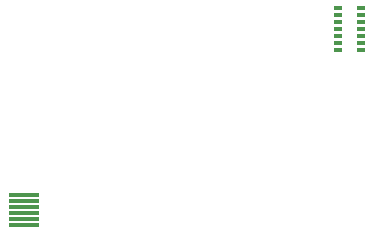
<source format=gbr>
%TF.GenerationSoftware,Altium Limited,Altium Designer,21.8.1 (53)*%
G04 Layer_Color=255*
%FSLAX45Y45*%
%MOMM*%
%TF.SameCoordinates,7374835A-4B4A-4399-96A1-91FF428CB2AC*%
%TF.FilePolarity,Positive*%
%TF.FileFunction,Pads,Bot*%
%TF.Part,Single*%
G01*
G75*
%TA.AperFunction,SMDPad,CuDef*%
%ADD13R,2.50000X0.30000*%
%TA.AperFunction,ConnectorPad*%
%ADD18R,0.66000X0.40000*%
D13*
X155000Y300100D02*
D03*
Y250100D02*
D03*
Y200100D02*
D03*
Y150100D02*
D03*
Y100100D02*
D03*
Y50100D02*
D03*
D18*
X3009507Y1526708D02*
D03*
Y1586708D02*
D03*
Y1646708D02*
D03*
Y1706708D02*
D03*
Y1766707D02*
D03*
Y1826708D02*
D03*
Y1886707D02*
D03*
X2819507D02*
D03*
Y1826708D02*
D03*
Y1766707D02*
D03*
Y1706708D02*
D03*
Y1646708D02*
D03*
Y1586708D02*
D03*
Y1526708D02*
D03*
%TF.MD5,dae5d961d1e10675a192f779c359fe71*%
M02*

</source>
